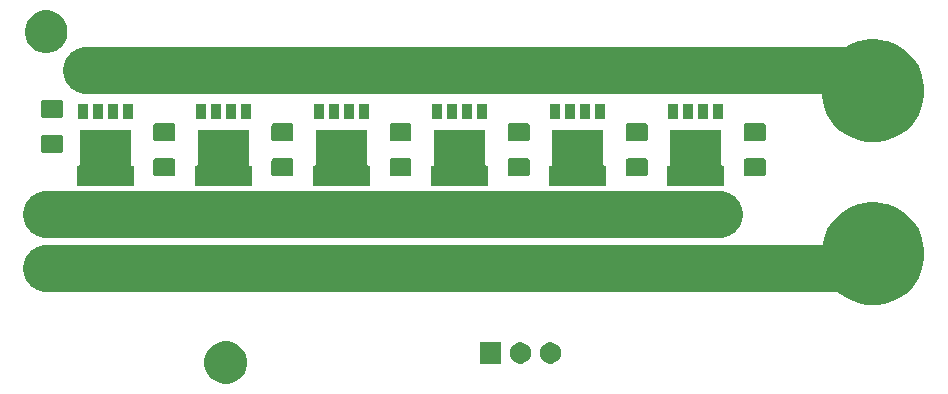
<source format=gbr>
G04 #@! TF.GenerationSoftware,KiCad,Pcbnew,(5.1.5)-3*
G04 #@! TF.CreationDate,2020-08-02T11:19:38+02:00*
G04 #@! TF.ProjectId,_Spot,b553706f-742e-46b6-9963-61645f706362,rev?*
G04 #@! TF.SameCoordinates,Original*
G04 #@! TF.FileFunction,Soldermask,Bot*
G04 #@! TF.FilePolarity,Negative*
%FSLAX46Y46*%
G04 Gerber Fmt 4.6, Leading zero omitted, Abs format (unit mm)*
G04 Created by KiCad (PCBNEW (5.1.5)-3) date 2020-08-02 11:19:38*
%MOMM*%
%LPD*%
G04 APERTURE LIST*
%ADD10C,4.000000*%
%ADD11C,0.150000*%
G04 APERTURE END LIST*
D10*
X167000000Y-83200000D02*
X101400000Y-83200000D01*
X155000000Y-95400000D02*
X98000000Y-95400000D01*
X168000000Y-100000000D02*
X98000000Y-100000000D01*
D11*
G36*
X113725331Y-106268211D02*
G01*
X114053092Y-106403974D01*
X114348070Y-106601072D01*
X114598928Y-106851930D01*
X114796026Y-107146908D01*
X114931789Y-107474669D01*
X115001000Y-107822616D01*
X115001000Y-108177384D01*
X114931789Y-108525331D01*
X114796026Y-108853092D01*
X114598928Y-109148070D01*
X114348070Y-109398928D01*
X114053092Y-109596026D01*
X113725331Y-109731789D01*
X113377384Y-109801000D01*
X113022616Y-109801000D01*
X112674669Y-109731789D01*
X112346908Y-109596026D01*
X112051930Y-109398928D01*
X111801072Y-109148070D01*
X111603974Y-108853092D01*
X111468211Y-108525331D01*
X111399000Y-108177384D01*
X111399000Y-107822616D01*
X111468211Y-107474669D01*
X111603974Y-107146908D01*
X111801072Y-106851930D01*
X112051930Y-106601072D01*
X112346908Y-106403974D01*
X112674669Y-106268211D01*
X113022616Y-106199000D01*
X113377384Y-106199000D01*
X113725331Y-106268211D01*
G37*
G36*
X140793512Y-106303927D02*
G01*
X140942812Y-106333624D01*
X141106784Y-106401544D01*
X141254354Y-106500147D01*
X141379853Y-106625646D01*
X141478456Y-106773216D01*
X141546376Y-106937188D01*
X141581000Y-107111259D01*
X141581000Y-107288741D01*
X141546376Y-107462812D01*
X141478456Y-107626784D01*
X141379853Y-107774354D01*
X141254354Y-107899853D01*
X141106784Y-107998456D01*
X140942812Y-108066376D01*
X140793512Y-108096073D01*
X140768742Y-108101000D01*
X140591258Y-108101000D01*
X140566488Y-108096073D01*
X140417188Y-108066376D01*
X140253216Y-107998456D01*
X140105646Y-107899853D01*
X139980147Y-107774354D01*
X139881544Y-107626784D01*
X139813624Y-107462812D01*
X139779000Y-107288741D01*
X139779000Y-107111259D01*
X139813624Y-106937188D01*
X139881544Y-106773216D01*
X139980147Y-106625646D01*
X140105646Y-106500147D01*
X140253216Y-106401544D01*
X140417188Y-106333624D01*
X140566488Y-106303927D01*
X140591258Y-106299000D01*
X140768742Y-106299000D01*
X140793512Y-106303927D01*
G37*
G36*
X136501000Y-108101000D02*
G01*
X134699000Y-108101000D01*
X134699000Y-106299000D01*
X136501000Y-106299000D01*
X136501000Y-108101000D01*
G37*
G36*
X138253512Y-106303927D02*
G01*
X138402812Y-106333624D01*
X138566784Y-106401544D01*
X138714354Y-106500147D01*
X138839853Y-106625646D01*
X138938456Y-106773216D01*
X139006376Y-106937188D01*
X139041000Y-107111259D01*
X139041000Y-107288741D01*
X139006376Y-107462812D01*
X138938456Y-107626784D01*
X138839853Y-107774354D01*
X138714354Y-107899853D01*
X138566784Y-107998456D01*
X138402812Y-108066376D01*
X138253512Y-108096073D01*
X138228742Y-108101000D01*
X138051258Y-108101000D01*
X138026488Y-108096073D01*
X137877188Y-108066376D01*
X137713216Y-107998456D01*
X137565646Y-107899853D01*
X137440147Y-107774354D01*
X137341544Y-107626784D01*
X137273624Y-107462812D01*
X137239000Y-107288741D01*
X137239000Y-107111259D01*
X137273624Y-106937188D01*
X137341544Y-106773216D01*
X137440147Y-106625646D01*
X137565646Y-106500147D01*
X137713216Y-106401544D01*
X137877188Y-106333624D01*
X138026488Y-106303927D01*
X138051258Y-106299000D01*
X138228742Y-106299000D01*
X138253512Y-106303927D01*
G37*
G36*
X168548156Y-94472794D02*
G01*
X169269140Y-94616206D01*
X170060972Y-94944193D01*
X170773601Y-95420357D01*
X171379643Y-96026399D01*
X171855807Y-96739028D01*
X172183794Y-97530860D01*
X172351000Y-98371464D01*
X172351000Y-99228536D01*
X172183794Y-100069140D01*
X171855807Y-100860972D01*
X171379643Y-101573601D01*
X170773601Y-102179643D01*
X170060972Y-102655807D01*
X169269140Y-102983794D01*
X168548156Y-103127206D01*
X168428537Y-103151000D01*
X167571463Y-103151000D01*
X167451844Y-103127206D01*
X166730860Y-102983794D01*
X165939028Y-102655807D01*
X165226399Y-102179643D01*
X164620357Y-101573601D01*
X164144193Y-100860972D01*
X163816206Y-100069140D01*
X163649000Y-99228536D01*
X163649000Y-98371464D01*
X163816206Y-97530860D01*
X164144193Y-96739028D01*
X164620357Y-96026399D01*
X165226399Y-95420357D01*
X165939028Y-94944193D01*
X166730860Y-94616206D01*
X167451844Y-94472794D01*
X167571463Y-94449000D01*
X168428537Y-94449000D01*
X168548156Y-94472794D01*
G37*
G36*
X103219059Y-94277860D02*
G01*
X103355732Y-94334472D01*
X103478735Y-94416660D01*
X103583340Y-94521265D01*
X103646778Y-94616207D01*
X103665529Y-94644270D01*
X103722140Y-94780941D01*
X103751000Y-94926032D01*
X103751000Y-95073968D01*
X103747164Y-95093253D01*
X103722140Y-95219059D01*
X103665528Y-95355732D01*
X103583340Y-95478735D01*
X103478735Y-95583340D01*
X103355732Y-95665528D01*
X103355731Y-95665529D01*
X103355730Y-95665529D01*
X103219059Y-95722140D01*
X103073968Y-95751000D01*
X102926032Y-95751000D01*
X102780941Y-95722140D01*
X102644270Y-95665529D01*
X102644269Y-95665529D01*
X102644268Y-95665528D01*
X102521265Y-95583340D01*
X102416660Y-95478735D01*
X102334472Y-95355732D01*
X102277860Y-95219059D01*
X102252836Y-95093253D01*
X102249000Y-95073968D01*
X102249000Y-94926032D01*
X102277860Y-94780941D01*
X102334471Y-94644270D01*
X102353222Y-94616207D01*
X102416660Y-94521265D01*
X102521265Y-94416660D01*
X102644268Y-94334472D01*
X102780941Y-94277860D01*
X102926032Y-94249000D01*
X103073968Y-94249000D01*
X103219059Y-94277860D01*
G37*
G36*
X107689890Y-94374017D02*
G01*
X107792839Y-94416660D01*
X107808364Y-94423091D01*
X107914988Y-94494335D01*
X108005665Y-94585012D01*
X108045259Y-94644268D01*
X108076910Y-94691638D01*
X108125983Y-94810110D01*
X108151000Y-94935881D01*
X108151000Y-95064119D01*
X108145205Y-95093253D01*
X108125983Y-95189890D01*
X108076909Y-95308364D01*
X108005665Y-95414988D01*
X107914988Y-95505665D01*
X107808364Y-95576909D01*
X107808363Y-95576910D01*
X107808362Y-95576910D01*
X107689890Y-95625983D01*
X107564119Y-95651000D01*
X107435881Y-95651000D01*
X107310110Y-95625983D01*
X107191638Y-95576910D01*
X107191637Y-95576910D01*
X107191636Y-95576909D01*
X107085012Y-95505665D01*
X106994335Y-95414988D01*
X106923091Y-95308364D01*
X106874017Y-95189890D01*
X106854795Y-95093253D01*
X106849000Y-95064119D01*
X106849000Y-94935881D01*
X106874017Y-94810110D01*
X106923090Y-94691638D01*
X106954742Y-94644268D01*
X106994335Y-94585012D01*
X107085012Y-94494335D01*
X107191636Y-94423091D01*
X107207162Y-94416660D01*
X107310110Y-94374017D01*
X107435881Y-94349000D01*
X107564119Y-94349000D01*
X107689890Y-94374017D01*
G37*
G36*
X155113721Y-88281012D02*
G01*
X155126921Y-88285016D01*
X155139078Y-88291514D01*
X155149738Y-88300262D01*
X155158486Y-88310922D01*
X155164984Y-88323079D01*
X155168988Y-88336279D01*
X155170944Y-88356140D01*
X155170944Y-91229057D01*
X155173346Y-91253443D01*
X155180459Y-91276892D01*
X155192010Y-91298503D01*
X155207555Y-91317445D01*
X155226497Y-91332990D01*
X155248108Y-91344541D01*
X155271557Y-91351654D01*
X155295943Y-91354056D01*
X155343860Y-91354056D01*
X155363721Y-91356012D01*
X155376921Y-91360016D01*
X155389078Y-91366514D01*
X155399738Y-91375262D01*
X155408486Y-91385922D01*
X155414984Y-91398079D01*
X155418988Y-91411279D01*
X155420944Y-91431140D01*
X155420944Y-92968860D01*
X155418988Y-92988721D01*
X155414984Y-93001921D01*
X155408486Y-93014078D01*
X155399738Y-93024738D01*
X155389078Y-93033486D01*
X155376921Y-93039984D01*
X155363721Y-93043988D01*
X155343860Y-93045944D01*
X150656140Y-93045944D01*
X150636279Y-93043988D01*
X150623079Y-93039984D01*
X150610922Y-93033486D01*
X150600262Y-93024738D01*
X150591514Y-93014078D01*
X150585016Y-93001921D01*
X150581012Y-92988721D01*
X150579056Y-92968860D01*
X150579056Y-91431140D01*
X150581012Y-91411279D01*
X150585016Y-91398079D01*
X150591514Y-91385922D01*
X150600262Y-91375262D01*
X150610922Y-91366514D01*
X150623079Y-91360016D01*
X150636279Y-91356012D01*
X150656140Y-91354056D01*
X150704057Y-91354056D01*
X150728443Y-91351654D01*
X150751892Y-91344541D01*
X150773503Y-91332990D01*
X150792445Y-91317445D01*
X150807990Y-91298503D01*
X150819541Y-91276892D01*
X150826654Y-91253443D01*
X150829056Y-91229057D01*
X150829056Y-88356140D01*
X150831012Y-88336279D01*
X150835016Y-88323079D01*
X150841514Y-88310922D01*
X150850262Y-88300262D01*
X150860922Y-88291514D01*
X150873079Y-88285016D01*
X150886279Y-88281012D01*
X150906140Y-88279056D01*
X155093860Y-88279056D01*
X155113721Y-88281012D01*
G37*
G36*
X145113721Y-88281012D02*
G01*
X145126921Y-88285016D01*
X145139078Y-88291514D01*
X145149738Y-88300262D01*
X145158486Y-88310922D01*
X145164984Y-88323079D01*
X145168988Y-88336279D01*
X145170944Y-88356140D01*
X145170944Y-91229057D01*
X145173346Y-91253443D01*
X145180459Y-91276892D01*
X145192010Y-91298503D01*
X145207555Y-91317445D01*
X145226497Y-91332990D01*
X145248108Y-91344541D01*
X145271557Y-91351654D01*
X145295943Y-91354056D01*
X145343860Y-91354056D01*
X145363721Y-91356012D01*
X145376921Y-91360016D01*
X145389078Y-91366514D01*
X145399738Y-91375262D01*
X145408486Y-91385922D01*
X145414984Y-91398079D01*
X145418988Y-91411279D01*
X145420944Y-91431140D01*
X145420944Y-92968860D01*
X145418988Y-92988721D01*
X145414984Y-93001921D01*
X145408486Y-93014078D01*
X145399738Y-93024738D01*
X145389078Y-93033486D01*
X145376921Y-93039984D01*
X145363721Y-93043988D01*
X145343860Y-93045944D01*
X140656140Y-93045944D01*
X140636279Y-93043988D01*
X140623079Y-93039984D01*
X140610922Y-93033486D01*
X140600262Y-93024738D01*
X140591514Y-93014078D01*
X140585016Y-93001921D01*
X140581012Y-92988721D01*
X140579056Y-92968860D01*
X140579056Y-91431140D01*
X140581012Y-91411279D01*
X140585016Y-91398079D01*
X140591514Y-91385922D01*
X140600262Y-91375262D01*
X140610922Y-91366514D01*
X140623079Y-91360016D01*
X140636279Y-91356012D01*
X140656140Y-91354056D01*
X140704057Y-91354056D01*
X140728443Y-91351654D01*
X140751892Y-91344541D01*
X140773503Y-91332990D01*
X140792445Y-91317445D01*
X140807990Y-91298503D01*
X140819541Y-91276892D01*
X140826654Y-91253443D01*
X140829056Y-91229057D01*
X140829056Y-88356140D01*
X140831012Y-88336279D01*
X140835016Y-88323079D01*
X140841514Y-88310922D01*
X140850262Y-88300262D01*
X140860922Y-88291514D01*
X140873079Y-88285016D01*
X140886279Y-88281012D01*
X140906140Y-88279056D01*
X145093860Y-88279056D01*
X145113721Y-88281012D01*
G37*
G36*
X135113721Y-88281012D02*
G01*
X135126921Y-88285016D01*
X135139078Y-88291514D01*
X135149738Y-88300262D01*
X135158486Y-88310922D01*
X135164984Y-88323079D01*
X135168988Y-88336279D01*
X135170944Y-88356140D01*
X135170944Y-91229057D01*
X135173346Y-91253443D01*
X135180459Y-91276892D01*
X135192010Y-91298503D01*
X135207555Y-91317445D01*
X135226497Y-91332990D01*
X135248108Y-91344541D01*
X135271557Y-91351654D01*
X135295943Y-91354056D01*
X135343860Y-91354056D01*
X135363721Y-91356012D01*
X135376921Y-91360016D01*
X135389078Y-91366514D01*
X135399738Y-91375262D01*
X135408486Y-91385922D01*
X135414984Y-91398079D01*
X135418988Y-91411279D01*
X135420944Y-91431140D01*
X135420944Y-92968860D01*
X135418988Y-92988721D01*
X135414984Y-93001921D01*
X135408486Y-93014078D01*
X135399738Y-93024738D01*
X135389078Y-93033486D01*
X135376921Y-93039984D01*
X135363721Y-93043988D01*
X135343860Y-93045944D01*
X130656140Y-93045944D01*
X130636279Y-93043988D01*
X130623079Y-93039984D01*
X130610922Y-93033486D01*
X130600262Y-93024738D01*
X130591514Y-93014078D01*
X130585016Y-93001921D01*
X130581012Y-92988721D01*
X130579056Y-92968860D01*
X130579056Y-91431140D01*
X130581012Y-91411279D01*
X130585016Y-91398079D01*
X130591514Y-91385922D01*
X130600262Y-91375262D01*
X130610922Y-91366514D01*
X130623079Y-91360016D01*
X130636279Y-91356012D01*
X130656140Y-91354056D01*
X130704057Y-91354056D01*
X130728443Y-91351654D01*
X130751892Y-91344541D01*
X130773503Y-91332990D01*
X130792445Y-91317445D01*
X130807990Y-91298503D01*
X130819541Y-91276892D01*
X130826654Y-91253443D01*
X130829056Y-91229057D01*
X130829056Y-88356140D01*
X130831012Y-88336279D01*
X130835016Y-88323079D01*
X130841514Y-88310922D01*
X130850262Y-88300262D01*
X130860922Y-88291514D01*
X130873079Y-88285016D01*
X130886279Y-88281012D01*
X130906140Y-88279056D01*
X135093860Y-88279056D01*
X135113721Y-88281012D01*
G37*
G36*
X125113721Y-88281012D02*
G01*
X125126921Y-88285016D01*
X125139078Y-88291514D01*
X125149738Y-88300262D01*
X125158486Y-88310922D01*
X125164984Y-88323079D01*
X125168988Y-88336279D01*
X125170944Y-88356140D01*
X125170944Y-91229057D01*
X125173346Y-91253443D01*
X125180459Y-91276892D01*
X125192010Y-91298503D01*
X125207555Y-91317445D01*
X125226497Y-91332990D01*
X125248108Y-91344541D01*
X125271557Y-91351654D01*
X125295943Y-91354056D01*
X125343860Y-91354056D01*
X125363721Y-91356012D01*
X125376921Y-91360016D01*
X125389078Y-91366514D01*
X125399738Y-91375262D01*
X125408486Y-91385922D01*
X125414984Y-91398079D01*
X125418988Y-91411279D01*
X125420944Y-91431140D01*
X125420944Y-92968860D01*
X125418988Y-92988721D01*
X125414984Y-93001921D01*
X125408486Y-93014078D01*
X125399738Y-93024738D01*
X125389078Y-93033486D01*
X125376921Y-93039984D01*
X125363721Y-93043988D01*
X125343860Y-93045944D01*
X120656140Y-93045944D01*
X120636279Y-93043988D01*
X120623079Y-93039984D01*
X120610922Y-93033486D01*
X120600262Y-93024738D01*
X120591514Y-93014078D01*
X120585016Y-93001921D01*
X120581012Y-92988721D01*
X120579056Y-92968860D01*
X120579056Y-91431140D01*
X120581012Y-91411279D01*
X120585016Y-91398079D01*
X120591514Y-91385922D01*
X120600262Y-91375262D01*
X120610922Y-91366514D01*
X120623079Y-91360016D01*
X120636279Y-91356012D01*
X120656140Y-91354056D01*
X120704057Y-91354056D01*
X120728443Y-91351654D01*
X120751892Y-91344541D01*
X120773503Y-91332990D01*
X120792445Y-91317445D01*
X120807990Y-91298503D01*
X120819541Y-91276892D01*
X120826654Y-91253443D01*
X120829056Y-91229057D01*
X120829056Y-88356140D01*
X120831012Y-88336279D01*
X120835016Y-88323079D01*
X120841514Y-88310922D01*
X120850262Y-88300262D01*
X120860922Y-88291514D01*
X120873079Y-88285016D01*
X120886279Y-88281012D01*
X120906140Y-88279056D01*
X125093860Y-88279056D01*
X125113721Y-88281012D01*
G37*
G36*
X115113721Y-88281012D02*
G01*
X115126921Y-88285016D01*
X115139078Y-88291514D01*
X115149738Y-88300262D01*
X115158486Y-88310922D01*
X115164984Y-88323079D01*
X115168988Y-88336279D01*
X115170944Y-88356140D01*
X115170944Y-91229057D01*
X115173346Y-91253443D01*
X115180459Y-91276892D01*
X115192010Y-91298503D01*
X115207555Y-91317445D01*
X115226497Y-91332990D01*
X115248108Y-91344541D01*
X115271557Y-91351654D01*
X115295943Y-91354056D01*
X115343860Y-91354056D01*
X115363721Y-91356012D01*
X115376921Y-91360016D01*
X115389078Y-91366514D01*
X115399738Y-91375262D01*
X115408486Y-91385922D01*
X115414984Y-91398079D01*
X115418988Y-91411279D01*
X115420944Y-91431140D01*
X115420944Y-92968860D01*
X115418988Y-92988721D01*
X115414984Y-93001921D01*
X115408486Y-93014078D01*
X115399738Y-93024738D01*
X115389078Y-93033486D01*
X115376921Y-93039984D01*
X115363721Y-93043988D01*
X115343860Y-93045944D01*
X110656140Y-93045944D01*
X110636279Y-93043988D01*
X110623079Y-93039984D01*
X110610922Y-93033486D01*
X110600262Y-93024738D01*
X110591514Y-93014078D01*
X110585016Y-93001921D01*
X110581012Y-92988721D01*
X110579056Y-92968860D01*
X110579056Y-91431140D01*
X110581012Y-91411279D01*
X110585016Y-91398079D01*
X110591514Y-91385922D01*
X110600262Y-91375262D01*
X110610922Y-91366514D01*
X110623079Y-91360016D01*
X110636279Y-91356012D01*
X110656140Y-91354056D01*
X110704057Y-91354056D01*
X110728443Y-91351654D01*
X110751892Y-91344541D01*
X110773503Y-91332990D01*
X110792445Y-91317445D01*
X110807990Y-91298503D01*
X110819541Y-91276892D01*
X110826654Y-91253443D01*
X110829056Y-91229057D01*
X110829056Y-88356140D01*
X110831012Y-88336279D01*
X110835016Y-88323079D01*
X110841514Y-88310922D01*
X110850262Y-88300262D01*
X110860922Y-88291514D01*
X110873079Y-88285016D01*
X110886279Y-88281012D01*
X110906140Y-88279056D01*
X115093860Y-88279056D01*
X115113721Y-88281012D01*
G37*
G36*
X105113721Y-88281012D02*
G01*
X105126921Y-88285016D01*
X105139078Y-88291514D01*
X105149738Y-88300262D01*
X105158486Y-88310922D01*
X105164984Y-88323079D01*
X105168988Y-88336279D01*
X105170944Y-88356140D01*
X105170944Y-91229057D01*
X105173346Y-91253443D01*
X105180459Y-91276892D01*
X105192010Y-91298503D01*
X105207555Y-91317445D01*
X105226497Y-91332990D01*
X105248108Y-91344541D01*
X105271557Y-91351654D01*
X105295943Y-91354056D01*
X105343860Y-91354056D01*
X105363721Y-91356012D01*
X105376921Y-91360016D01*
X105389078Y-91366514D01*
X105399738Y-91375262D01*
X105408486Y-91385922D01*
X105414984Y-91398079D01*
X105418988Y-91411279D01*
X105420944Y-91431140D01*
X105420944Y-92968860D01*
X105418988Y-92988721D01*
X105414984Y-93001921D01*
X105408486Y-93014078D01*
X105399738Y-93024738D01*
X105389078Y-93033486D01*
X105376921Y-93039984D01*
X105363721Y-93043988D01*
X105343860Y-93045944D01*
X100656140Y-93045944D01*
X100636279Y-93043988D01*
X100623079Y-93039984D01*
X100610922Y-93033486D01*
X100600262Y-93024738D01*
X100591514Y-93014078D01*
X100585016Y-93001921D01*
X100581012Y-92988721D01*
X100579056Y-92968860D01*
X100579056Y-91431140D01*
X100581012Y-91411279D01*
X100585016Y-91398079D01*
X100591514Y-91385922D01*
X100600262Y-91375262D01*
X100610922Y-91366514D01*
X100623079Y-91360016D01*
X100636279Y-91356012D01*
X100656140Y-91354056D01*
X100704057Y-91354056D01*
X100728443Y-91351654D01*
X100751892Y-91344541D01*
X100773503Y-91332990D01*
X100792445Y-91317445D01*
X100807990Y-91298503D01*
X100819541Y-91276892D01*
X100826654Y-91253443D01*
X100829056Y-91229057D01*
X100829056Y-88356140D01*
X100831012Y-88336279D01*
X100835016Y-88323079D01*
X100841514Y-88310922D01*
X100850262Y-88300262D01*
X100860922Y-88291514D01*
X100873079Y-88285016D01*
X100886279Y-88281012D01*
X100906140Y-88279056D01*
X105093860Y-88279056D01*
X105113721Y-88281012D01*
G37*
G36*
X148775562Y-90728181D02*
G01*
X148810481Y-90738774D01*
X148842663Y-90755976D01*
X148870873Y-90779127D01*
X148894024Y-90807337D01*
X148911226Y-90839519D01*
X148921819Y-90874438D01*
X148926000Y-90916895D01*
X148926000Y-92058105D01*
X148921819Y-92100562D01*
X148911226Y-92135481D01*
X148894024Y-92167663D01*
X148870873Y-92195873D01*
X148842663Y-92219024D01*
X148810481Y-92236226D01*
X148775562Y-92246819D01*
X148733105Y-92251000D01*
X147266895Y-92251000D01*
X147224438Y-92246819D01*
X147189519Y-92236226D01*
X147157337Y-92219024D01*
X147129127Y-92195873D01*
X147105976Y-92167663D01*
X147088774Y-92135481D01*
X147078181Y-92100562D01*
X147074000Y-92058105D01*
X147074000Y-90916895D01*
X147078181Y-90874438D01*
X147088774Y-90839519D01*
X147105976Y-90807337D01*
X147129127Y-90779127D01*
X147157337Y-90755976D01*
X147189519Y-90738774D01*
X147224438Y-90728181D01*
X147266895Y-90724000D01*
X148733105Y-90724000D01*
X148775562Y-90728181D01*
G37*
G36*
X158775562Y-90728181D02*
G01*
X158810481Y-90738774D01*
X158842663Y-90755976D01*
X158870873Y-90779127D01*
X158894024Y-90807337D01*
X158911226Y-90839519D01*
X158921819Y-90874438D01*
X158926000Y-90916895D01*
X158926000Y-92058105D01*
X158921819Y-92100562D01*
X158911226Y-92135481D01*
X158894024Y-92167663D01*
X158870873Y-92195873D01*
X158842663Y-92219024D01*
X158810481Y-92236226D01*
X158775562Y-92246819D01*
X158733105Y-92251000D01*
X157266895Y-92251000D01*
X157224438Y-92246819D01*
X157189519Y-92236226D01*
X157157337Y-92219024D01*
X157129127Y-92195873D01*
X157105976Y-92167663D01*
X157088774Y-92135481D01*
X157078181Y-92100562D01*
X157074000Y-92058105D01*
X157074000Y-90916895D01*
X157078181Y-90874438D01*
X157088774Y-90839519D01*
X157105976Y-90807337D01*
X157129127Y-90779127D01*
X157157337Y-90755976D01*
X157189519Y-90738774D01*
X157224438Y-90728181D01*
X157266895Y-90724000D01*
X158733105Y-90724000D01*
X158775562Y-90728181D01*
G37*
G36*
X108775562Y-90728181D02*
G01*
X108810481Y-90738774D01*
X108842663Y-90755976D01*
X108870873Y-90779127D01*
X108894024Y-90807337D01*
X108911226Y-90839519D01*
X108921819Y-90874438D01*
X108926000Y-90916895D01*
X108926000Y-92058105D01*
X108921819Y-92100562D01*
X108911226Y-92135481D01*
X108894024Y-92167663D01*
X108870873Y-92195873D01*
X108842663Y-92219024D01*
X108810481Y-92236226D01*
X108775562Y-92246819D01*
X108733105Y-92251000D01*
X107266895Y-92251000D01*
X107224438Y-92246819D01*
X107189519Y-92236226D01*
X107157337Y-92219024D01*
X107129127Y-92195873D01*
X107105976Y-92167663D01*
X107088774Y-92135481D01*
X107078181Y-92100562D01*
X107074000Y-92058105D01*
X107074000Y-90916895D01*
X107078181Y-90874438D01*
X107088774Y-90839519D01*
X107105976Y-90807337D01*
X107129127Y-90779127D01*
X107157337Y-90755976D01*
X107189519Y-90738774D01*
X107224438Y-90728181D01*
X107266895Y-90724000D01*
X108733105Y-90724000D01*
X108775562Y-90728181D01*
G37*
G36*
X118775562Y-90728181D02*
G01*
X118810481Y-90738774D01*
X118842663Y-90755976D01*
X118870873Y-90779127D01*
X118894024Y-90807337D01*
X118911226Y-90839519D01*
X118921819Y-90874438D01*
X118926000Y-90916895D01*
X118926000Y-92058105D01*
X118921819Y-92100562D01*
X118911226Y-92135481D01*
X118894024Y-92167663D01*
X118870873Y-92195873D01*
X118842663Y-92219024D01*
X118810481Y-92236226D01*
X118775562Y-92246819D01*
X118733105Y-92251000D01*
X117266895Y-92251000D01*
X117224438Y-92246819D01*
X117189519Y-92236226D01*
X117157337Y-92219024D01*
X117129127Y-92195873D01*
X117105976Y-92167663D01*
X117088774Y-92135481D01*
X117078181Y-92100562D01*
X117074000Y-92058105D01*
X117074000Y-90916895D01*
X117078181Y-90874438D01*
X117088774Y-90839519D01*
X117105976Y-90807337D01*
X117129127Y-90779127D01*
X117157337Y-90755976D01*
X117189519Y-90738774D01*
X117224438Y-90728181D01*
X117266895Y-90724000D01*
X118733105Y-90724000D01*
X118775562Y-90728181D01*
G37*
G36*
X138775562Y-90728181D02*
G01*
X138810481Y-90738774D01*
X138842663Y-90755976D01*
X138870873Y-90779127D01*
X138894024Y-90807337D01*
X138911226Y-90839519D01*
X138921819Y-90874438D01*
X138926000Y-90916895D01*
X138926000Y-92058105D01*
X138921819Y-92100562D01*
X138911226Y-92135481D01*
X138894024Y-92167663D01*
X138870873Y-92195873D01*
X138842663Y-92219024D01*
X138810481Y-92236226D01*
X138775562Y-92246819D01*
X138733105Y-92251000D01*
X137266895Y-92251000D01*
X137224438Y-92246819D01*
X137189519Y-92236226D01*
X137157337Y-92219024D01*
X137129127Y-92195873D01*
X137105976Y-92167663D01*
X137088774Y-92135481D01*
X137078181Y-92100562D01*
X137074000Y-92058105D01*
X137074000Y-90916895D01*
X137078181Y-90874438D01*
X137088774Y-90839519D01*
X137105976Y-90807337D01*
X137129127Y-90779127D01*
X137157337Y-90755976D01*
X137189519Y-90738774D01*
X137224438Y-90728181D01*
X137266895Y-90724000D01*
X138733105Y-90724000D01*
X138775562Y-90728181D01*
G37*
G36*
X128775562Y-90728181D02*
G01*
X128810481Y-90738774D01*
X128842663Y-90755976D01*
X128870873Y-90779127D01*
X128894024Y-90807337D01*
X128911226Y-90839519D01*
X128921819Y-90874438D01*
X128926000Y-90916895D01*
X128926000Y-92058105D01*
X128921819Y-92100562D01*
X128911226Y-92135481D01*
X128894024Y-92167663D01*
X128870873Y-92195873D01*
X128842663Y-92219024D01*
X128810481Y-92236226D01*
X128775562Y-92246819D01*
X128733105Y-92251000D01*
X127266895Y-92251000D01*
X127224438Y-92246819D01*
X127189519Y-92236226D01*
X127157337Y-92219024D01*
X127129127Y-92195873D01*
X127105976Y-92167663D01*
X127088774Y-92135481D01*
X127078181Y-92100562D01*
X127074000Y-92058105D01*
X127074000Y-90916895D01*
X127078181Y-90874438D01*
X127088774Y-90839519D01*
X127105976Y-90807337D01*
X127129127Y-90779127D01*
X127157337Y-90755976D01*
X127189519Y-90738774D01*
X127224438Y-90728181D01*
X127266895Y-90724000D01*
X128733105Y-90724000D01*
X128775562Y-90728181D01*
G37*
G36*
X99275562Y-88728181D02*
G01*
X99310481Y-88738774D01*
X99342663Y-88755976D01*
X99370873Y-88779127D01*
X99394024Y-88807337D01*
X99411226Y-88839519D01*
X99421819Y-88874438D01*
X99426000Y-88916895D01*
X99426000Y-90058105D01*
X99421819Y-90100562D01*
X99411226Y-90135481D01*
X99394024Y-90167663D01*
X99370873Y-90195873D01*
X99342663Y-90219024D01*
X99310481Y-90236226D01*
X99275562Y-90246819D01*
X99233105Y-90251000D01*
X97766895Y-90251000D01*
X97724438Y-90246819D01*
X97689519Y-90236226D01*
X97657337Y-90219024D01*
X97629127Y-90195873D01*
X97605976Y-90167663D01*
X97588774Y-90135481D01*
X97578181Y-90100562D01*
X97574000Y-90058105D01*
X97574000Y-88916895D01*
X97578181Y-88874438D01*
X97588774Y-88839519D01*
X97605976Y-88807337D01*
X97629127Y-88779127D01*
X97657337Y-88755976D01*
X97689519Y-88738774D01*
X97724438Y-88728181D01*
X97766895Y-88724000D01*
X99233105Y-88724000D01*
X99275562Y-88728181D01*
G37*
G36*
X168548156Y-80672794D02*
G01*
X169269140Y-80816206D01*
X170060972Y-81144193D01*
X170773601Y-81620357D01*
X171379643Y-82226399D01*
X171855807Y-82939028D01*
X172183794Y-83730860D01*
X172351000Y-84571464D01*
X172351000Y-85428536D01*
X172183794Y-86269140D01*
X171855807Y-87060972D01*
X171379643Y-87773601D01*
X170773601Y-88379643D01*
X170060972Y-88855807D01*
X169269140Y-89183794D01*
X168548156Y-89327206D01*
X168428537Y-89351000D01*
X167571463Y-89351000D01*
X167451844Y-89327206D01*
X166730860Y-89183794D01*
X165939028Y-88855807D01*
X165226399Y-88379643D01*
X164620357Y-87773601D01*
X164144193Y-87060972D01*
X163816206Y-86269140D01*
X163649000Y-85428536D01*
X163649000Y-84571464D01*
X163816206Y-83730860D01*
X164144193Y-82939028D01*
X164620357Y-82226399D01*
X165226399Y-81620357D01*
X165939028Y-81144193D01*
X166730860Y-80816206D01*
X167451844Y-80672794D01*
X167571463Y-80649000D01*
X168428537Y-80649000D01*
X168548156Y-80672794D01*
G37*
G36*
X148775562Y-87753181D02*
G01*
X148810481Y-87763774D01*
X148842663Y-87780976D01*
X148870873Y-87804127D01*
X148894024Y-87832337D01*
X148911226Y-87864519D01*
X148921819Y-87899438D01*
X148926000Y-87941895D01*
X148926000Y-89083105D01*
X148921819Y-89125562D01*
X148911226Y-89160481D01*
X148894024Y-89192663D01*
X148870873Y-89220873D01*
X148842663Y-89244024D01*
X148810481Y-89261226D01*
X148775562Y-89271819D01*
X148733105Y-89276000D01*
X147266895Y-89276000D01*
X147224438Y-89271819D01*
X147189519Y-89261226D01*
X147157337Y-89244024D01*
X147129127Y-89220873D01*
X147105976Y-89192663D01*
X147088774Y-89160481D01*
X147078181Y-89125562D01*
X147074000Y-89083105D01*
X147074000Y-87941895D01*
X147078181Y-87899438D01*
X147088774Y-87864519D01*
X147105976Y-87832337D01*
X147129127Y-87804127D01*
X147157337Y-87780976D01*
X147189519Y-87763774D01*
X147224438Y-87753181D01*
X147266895Y-87749000D01*
X148733105Y-87749000D01*
X148775562Y-87753181D01*
G37*
G36*
X108775562Y-87753181D02*
G01*
X108810481Y-87763774D01*
X108842663Y-87780976D01*
X108870873Y-87804127D01*
X108894024Y-87832337D01*
X108911226Y-87864519D01*
X108921819Y-87899438D01*
X108926000Y-87941895D01*
X108926000Y-89083105D01*
X108921819Y-89125562D01*
X108911226Y-89160481D01*
X108894024Y-89192663D01*
X108870873Y-89220873D01*
X108842663Y-89244024D01*
X108810481Y-89261226D01*
X108775562Y-89271819D01*
X108733105Y-89276000D01*
X107266895Y-89276000D01*
X107224438Y-89271819D01*
X107189519Y-89261226D01*
X107157337Y-89244024D01*
X107129127Y-89220873D01*
X107105976Y-89192663D01*
X107088774Y-89160481D01*
X107078181Y-89125562D01*
X107074000Y-89083105D01*
X107074000Y-87941895D01*
X107078181Y-87899438D01*
X107088774Y-87864519D01*
X107105976Y-87832337D01*
X107129127Y-87804127D01*
X107157337Y-87780976D01*
X107189519Y-87763774D01*
X107224438Y-87753181D01*
X107266895Y-87749000D01*
X108733105Y-87749000D01*
X108775562Y-87753181D01*
G37*
G36*
X118775562Y-87753181D02*
G01*
X118810481Y-87763774D01*
X118842663Y-87780976D01*
X118870873Y-87804127D01*
X118894024Y-87832337D01*
X118911226Y-87864519D01*
X118921819Y-87899438D01*
X118926000Y-87941895D01*
X118926000Y-89083105D01*
X118921819Y-89125562D01*
X118911226Y-89160481D01*
X118894024Y-89192663D01*
X118870873Y-89220873D01*
X118842663Y-89244024D01*
X118810481Y-89261226D01*
X118775562Y-89271819D01*
X118733105Y-89276000D01*
X117266895Y-89276000D01*
X117224438Y-89271819D01*
X117189519Y-89261226D01*
X117157337Y-89244024D01*
X117129127Y-89220873D01*
X117105976Y-89192663D01*
X117088774Y-89160481D01*
X117078181Y-89125562D01*
X117074000Y-89083105D01*
X117074000Y-87941895D01*
X117078181Y-87899438D01*
X117088774Y-87864519D01*
X117105976Y-87832337D01*
X117129127Y-87804127D01*
X117157337Y-87780976D01*
X117189519Y-87763774D01*
X117224438Y-87753181D01*
X117266895Y-87749000D01*
X118733105Y-87749000D01*
X118775562Y-87753181D01*
G37*
G36*
X138775562Y-87753181D02*
G01*
X138810481Y-87763774D01*
X138842663Y-87780976D01*
X138870873Y-87804127D01*
X138894024Y-87832337D01*
X138911226Y-87864519D01*
X138921819Y-87899438D01*
X138926000Y-87941895D01*
X138926000Y-89083105D01*
X138921819Y-89125562D01*
X138911226Y-89160481D01*
X138894024Y-89192663D01*
X138870873Y-89220873D01*
X138842663Y-89244024D01*
X138810481Y-89261226D01*
X138775562Y-89271819D01*
X138733105Y-89276000D01*
X137266895Y-89276000D01*
X137224438Y-89271819D01*
X137189519Y-89261226D01*
X137157337Y-89244024D01*
X137129127Y-89220873D01*
X137105976Y-89192663D01*
X137088774Y-89160481D01*
X137078181Y-89125562D01*
X137074000Y-89083105D01*
X137074000Y-87941895D01*
X137078181Y-87899438D01*
X137088774Y-87864519D01*
X137105976Y-87832337D01*
X137129127Y-87804127D01*
X137157337Y-87780976D01*
X137189519Y-87763774D01*
X137224438Y-87753181D01*
X137266895Y-87749000D01*
X138733105Y-87749000D01*
X138775562Y-87753181D01*
G37*
G36*
X158775562Y-87753181D02*
G01*
X158810481Y-87763774D01*
X158842663Y-87780976D01*
X158870873Y-87804127D01*
X158894024Y-87832337D01*
X158911226Y-87864519D01*
X158921819Y-87899438D01*
X158926000Y-87941895D01*
X158926000Y-89083105D01*
X158921819Y-89125562D01*
X158911226Y-89160481D01*
X158894024Y-89192663D01*
X158870873Y-89220873D01*
X158842663Y-89244024D01*
X158810481Y-89261226D01*
X158775562Y-89271819D01*
X158733105Y-89276000D01*
X157266895Y-89276000D01*
X157224438Y-89271819D01*
X157189519Y-89261226D01*
X157157337Y-89244024D01*
X157129127Y-89220873D01*
X157105976Y-89192663D01*
X157088774Y-89160481D01*
X157078181Y-89125562D01*
X157074000Y-89083105D01*
X157074000Y-87941895D01*
X157078181Y-87899438D01*
X157088774Y-87864519D01*
X157105976Y-87832337D01*
X157129127Y-87804127D01*
X157157337Y-87780976D01*
X157189519Y-87763774D01*
X157224438Y-87753181D01*
X157266895Y-87749000D01*
X158733105Y-87749000D01*
X158775562Y-87753181D01*
G37*
G36*
X128775562Y-87753181D02*
G01*
X128810481Y-87763774D01*
X128842663Y-87780976D01*
X128870873Y-87804127D01*
X128894024Y-87832337D01*
X128911226Y-87864519D01*
X128921819Y-87899438D01*
X128926000Y-87941895D01*
X128926000Y-89083105D01*
X128921819Y-89125562D01*
X128911226Y-89160481D01*
X128894024Y-89192663D01*
X128870873Y-89220873D01*
X128842663Y-89244024D01*
X128810481Y-89261226D01*
X128775562Y-89271819D01*
X128733105Y-89276000D01*
X127266895Y-89276000D01*
X127224438Y-89271819D01*
X127189519Y-89261226D01*
X127157337Y-89244024D01*
X127129127Y-89220873D01*
X127105976Y-89192663D01*
X127088774Y-89160481D01*
X127078181Y-89125562D01*
X127074000Y-89083105D01*
X127074000Y-87941895D01*
X127078181Y-87899438D01*
X127088774Y-87864519D01*
X127105976Y-87832337D01*
X127129127Y-87804127D01*
X127157337Y-87780976D01*
X127189519Y-87763774D01*
X127224438Y-87753181D01*
X127266895Y-87749000D01*
X128733105Y-87749000D01*
X128775562Y-87753181D01*
G37*
G36*
X102780000Y-87375000D02*
G01*
X101940000Y-87375000D01*
X101940000Y-86085000D01*
X102780000Y-86085000D01*
X102780000Y-87375000D01*
G37*
G36*
X101510000Y-87375000D02*
G01*
X100670000Y-87375000D01*
X100670000Y-86085000D01*
X101510000Y-86085000D01*
X101510000Y-87375000D01*
G37*
G36*
X104060000Y-87375000D02*
G01*
X103220000Y-87375000D01*
X103220000Y-86085000D01*
X104060000Y-86085000D01*
X104060000Y-87375000D01*
G37*
G36*
X105330000Y-87375000D02*
G01*
X104490000Y-87375000D01*
X104490000Y-86085000D01*
X105330000Y-86085000D01*
X105330000Y-87375000D01*
G37*
G36*
X115330000Y-87375000D02*
G01*
X114490000Y-87375000D01*
X114490000Y-86085000D01*
X115330000Y-86085000D01*
X115330000Y-87375000D01*
G37*
G36*
X114060000Y-87375000D02*
G01*
X113220000Y-87375000D01*
X113220000Y-86085000D01*
X114060000Y-86085000D01*
X114060000Y-87375000D01*
G37*
G36*
X111510000Y-87375000D02*
G01*
X110670000Y-87375000D01*
X110670000Y-86085000D01*
X111510000Y-86085000D01*
X111510000Y-87375000D01*
G37*
G36*
X112780000Y-87375000D02*
G01*
X111940000Y-87375000D01*
X111940000Y-86085000D01*
X112780000Y-86085000D01*
X112780000Y-87375000D01*
G37*
G36*
X125330000Y-87375000D02*
G01*
X124490000Y-87375000D01*
X124490000Y-86085000D01*
X125330000Y-86085000D01*
X125330000Y-87375000D01*
G37*
G36*
X124060000Y-87375000D02*
G01*
X123220000Y-87375000D01*
X123220000Y-86085000D01*
X124060000Y-86085000D01*
X124060000Y-87375000D01*
G37*
G36*
X121510000Y-87375000D02*
G01*
X120670000Y-87375000D01*
X120670000Y-86085000D01*
X121510000Y-86085000D01*
X121510000Y-87375000D01*
G37*
G36*
X122780000Y-87375000D02*
G01*
X121940000Y-87375000D01*
X121940000Y-86085000D01*
X122780000Y-86085000D01*
X122780000Y-87375000D01*
G37*
G36*
X135330000Y-87375000D02*
G01*
X134490000Y-87375000D01*
X134490000Y-86085000D01*
X135330000Y-86085000D01*
X135330000Y-87375000D01*
G37*
G36*
X131510000Y-87375000D02*
G01*
X130670000Y-87375000D01*
X130670000Y-86085000D01*
X131510000Y-86085000D01*
X131510000Y-87375000D01*
G37*
G36*
X132780000Y-87375000D02*
G01*
X131940000Y-87375000D01*
X131940000Y-86085000D01*
X132780000Y-86085000D01*
X132780000Y-87375000D01*
G37*
G36*
X152780000Y-87375000D02*
G01*
X151940000Y-87375000D01*
X151940000Y-86085000D01*
X152780000Y-86085000D01*
X152780000Y-87375000D01*
G37*
G36*
X151510000Y-87375000D02*
G01*
X150670000Y-87375000D01*
X150670000Y-86085000D01*
X151510000Y-86085000D01*
X151510000Y-87375000D01*
G37*
G36*
X154060000Y-87375000D02*
G01*
X153220000Y-87375000D01*
X153220000Y-86085000D01*
X154060000Y-86085000D01*
X154060000Y-87375000D01*
G37*
G36*
X155330000Y-87375000D02*
G01*
X154490000Y-87375000D01*
X154490000Y-86085000D01*
X155330000Y-86085000D01*
X155330000Y-87375000D01*
G37*
G36*
X142780000Y-87375000D02*
G01*
X141940000Y-87375000D01*
X141940000Y-86085000D01*
X142780000Y-86085000D01*
X142780000Y-87375000D01*
G37*
G36*
X141510000Y-87375000D02*
G01*
X140670000Y-87375000D01*
X140670000Y-86085000D01*
X141510000Y-86085000D01*
X141510000Y-87375000D01*
G37*
G36*
X144060000Y-87375000D02*
G01*
X143220000Y-87375000D01*
X143220000Y-86085000D01*
X144060000Y-86085000D01*
X144060000Y-87375000D01*
G37*
G36*
X134060000Y-87375000D02*
G01*
X133220000Y-87375000D01*
X133220000Y-86085000D01*
X134060000Y-86085000D01*
X134060000Y-87375000D01*
G37*
G36*
X145330000Y-87375000D02*
G01*
X144490000Y-87375000D01*
X144490000Y-86085000D01*
X145330000Y-86085000D01*
X145330000Y-87375000D01*
G37*
G36*
X99275562Y-85753181D02*
G01*
X99310481Y-85763774D01*
X99342663Y-85780976D01*
X99370873Y-85804127D01*
X99394024Y-85832337D01*
X99411226Y-85864519D01*
X99421819Y-85899438D01*
X99426000Y-85941895D01*
X99426000Y-87083105D01*
X99421819Y-87125562D01*
X99411226Y-87160481D01*
X99394024Y-87192663D01*
X99370873Y-87220873D01*
X99342663Y-87244024D01*
X99310481Y-87261226D01*
X99275562Y-87271819D01*
X99233105Y-87276000D01*
X97766895Y-87276000D01*
X97724438Y-87271819D01*
X97689519Y-87261226D01*
X97657337Y-87244024D01*
X97629127Y-87220873D01*
X97605976Y-87192663D01*
X97588774Y-87160481D01*
X97578181Y-87125562D01*
X97574000Y-87083105D01*
X97574000Y-85941895D01*
X97578181Y-85899438D01*
X97588774Y-85864519D01*
X97605976Y-85832337D01*
X97629127Y-85804127D01*
X97657337Y-85780976D01*
X97689519Y-85763774D01*
X97724438Y-85753181D01*
X97766895Y-85749000D01*
X99233105Y-85749000D01*
X99275562Y-85753181D01*
G37*
G36*
X98525331Y-78268211D02*
G01*
X98853092Y-78403974D01*
X99148070Y-78601072D01*
X99398928Y-78851930D01*
X99596026Y-79146908D01*
X99731789Y-79474669D01*
X99801000Y-79822616D01*
X99801000Y-80177384D01*
X99731789Y-80525331D01*
X99596026Y-80853092D01*
X99398928Y-81148070D01*
X99148070Y-81398928D01*
X98853092Y-81596026D01*
X98525331Y-81731789D01*
X98177384Y-81801000D01*
X97822616Y-81801000D01*
X97474669Y-81731789D01*
X97146908Y-81596026D01*
X96851930Y-81398928D01*
X96601072Y-81148070D01*
X96403974Y-80853092D01*
X96268211Y-80525331D01*
X96199000Y-80177384D01*
X96199000Y-79822616D01*
X96268211Y-79474669D01*
X96403974Y-79146908D01*
X96601072Y-78851930D01*
X96851930Y-78601072D01*
X97146908Y-78403974D01*
X97474669Y-78268211D01*
X97822616Y-78199000D01*
X98177384Y-78199000D01*
X98525331Y-78268211D01*
G37*
M02*

</source>
